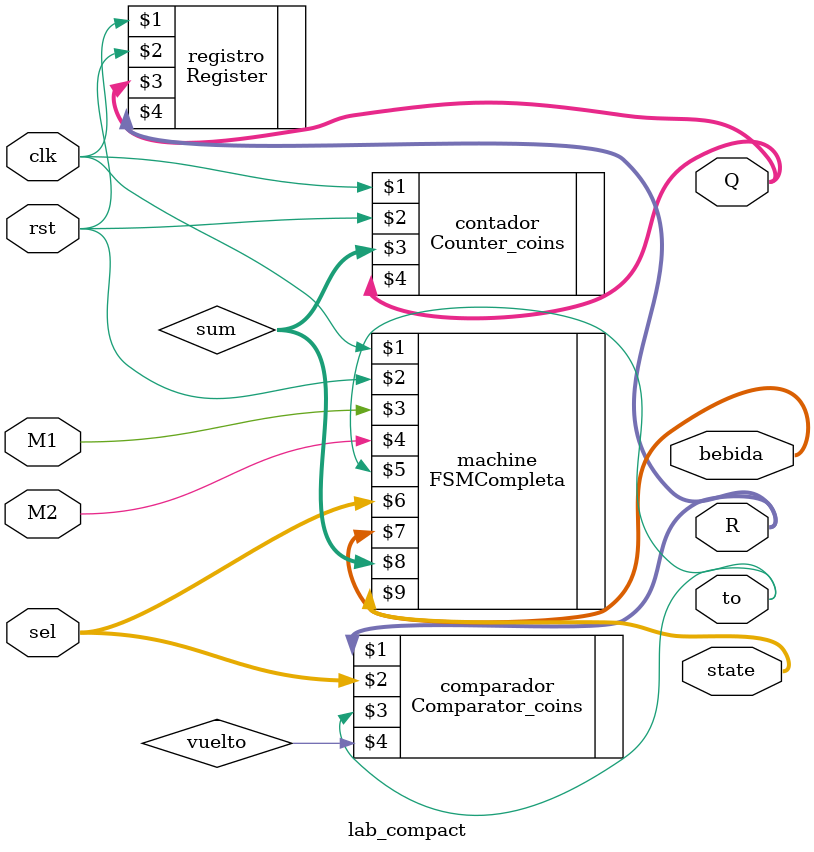
<source format=sv>
module lab_compact(input logic clk, rst,M1,M2,
						 input logic [2:0] sel,
						 output logic [3:0] Q,R,output logic to,output logic [2:0] bebida,output logic [1:0] state);
						 

		 
		 logic [1:0] sum;
		 FSMCompleta machine(clk,rst,M1,M2,to,sel,bebida,sum,state);
		 Counter_coins contador(clk,rst,sum,Q);
		 Register registro(clk,rst,Q,R);
		 Comparator_coins comparador(R, sel,to,vuelto);
endmodule
</source>
